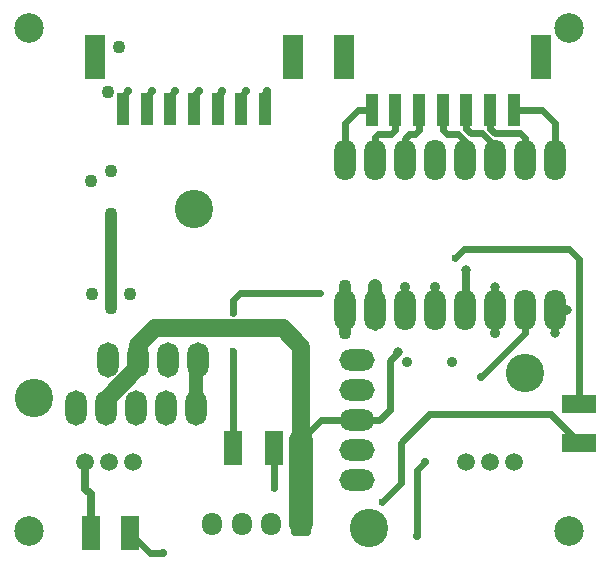
<source format=gbr>
G04 #@! TF.GenerationSoftware,KiCad,Pcbnew,(5.1.8)-1*
G04 #@! TF.CreationDate,2021-03-01T02:23:44-08:00*
G04 #@! TF.ProjectId,UAS,5541532e-6b69-4636-9164-5f7063625858,1*
G04 #@! TF.SameCoordinates,Original*
G04 #@! TF.FileFunction,Copper,L1,Top*
G04 #@! TF.FilePolarity,Positive*
%FSLAX46Y46*%
G04 Gerber Fmt 4.6, Leading zero omitted, Abs format (unit mm)*
G04 Created by KiCad (PCBNEW (5.1.8)-1) date 2021-03-01 02:23:44*
%MOMM*%
%LPD*%
G01*
G04 APERTURE LIST*
G04 #@! TA.AperFunction,ComponentPad*
%ADD10C,3.250000*%
G04 #@! TD*
G04 #@! TA.AperFunction,ComponentPad*
%ADD11O,3.000000X1.800000*%
G04 #@! TD*
G04 #@! TA.AperFunction,ComponentPad*
%ADD12C,1.500000*%
G04 #@! TD*
G04 #@! TA.AperFunction,SMDPad,CuDef*
%ADD13R,3.000000X1.500000*%
G04 #@! TD*
G04 #@! TA.AperFunction,SMDPad,CuDef*
%ADD14R,1.500000X3.000000*%
G04 #@! TD*
G04 #@! TA.AperFunction,SMDPad,CuDef*
%ADD15R,1.000000X2.700000*%
G04 #@! TD*
G04 #@! TA.AperFunction,SMDPad,CuDef*
%ADD16R,1.800000X3.800000*%
G04 #@! TD*
G04 #@! TA.AperFunction,SMDPad,CuDef*
%ADD17O,1.800000X3.500000*%
G04 #@! TD*
G04 #@! TA.AperFunction,ComponentPad*
%ADD18O,1.800000X3.000000*%
G04 #@! TD*
G04 #@! TA.AperFunction,ComponentPad*
%ADD19O,1.700000X1.950000*%
G04 #@! TD*
G04 #@! TA.AperFunction,ViaPad*
%ADD20C,2.500000*%
G04 #@! TD*
G04 #@! TA.AperFunction,ViaPad*
%ADD21C,0.900000*%
G04 #@! TD*
G04 #@! TA.AperFunction,ViaPad*
%ADD22C,0.800000*%
G04 #@! TD*
G04 #@! TA.AperFunction,ViaPad*
%ADD23C,0.700000*%
G04 #@! TD*
G04 #@! TA.AperFunction,ViaPad*
%ADD24C,1.100000*%
G04 #@! TD*
G04 #@! TA.AperFunction,ViaPad*
%ADD25C,0.600000*%
G04 #@! TD*
G04 #@! TA.AperFunction,Conductor*
%ADD26C,0.700000*%
G04 #@! TD*
G04 #@! TA.AperFunction,Conductor*
%ADD27C,0.600000*%
G04 #@! TD*
G04 #@! TA.AperFunction,Conductor*
%ADD28C,1.000000*%
G04 #@! TD*
G04 #@! TA.AperFunction,Conductor*
%ADD29C,1.200000*%
G04 #@! TD*
G04 #@! TA.AperFunction,Conductor*
%ADD30C,0.400000*%
G04 #@! TD*
G04 #@! TA.AperFunction,Conductor*
%ADD31C,1.500000*%
G04 #@! TD*
G04 #@! TA.AperFunction,Conductor*
%ADD32C,2.000000*%
G04 #@! TD*
G04 APERTURE END LIST*
D10*
X148800000Y-118360000D03*
X162000000Y-105160000D03*
D11*
X147780000Y-114290000D03*
X147780000Y-111750000D03*
X147780000Y-109210000D03*
X147780000Y-106670000D03*
X147780000Y-104130000D03*
D12*
X124750000Y-112750000D03*
X126750000Y-112750000D03*
X128750000Y-112750000D03*
X157000000Y-112750000D03*
X159000000Y-112750000D03*
X161000000Y-112750000D03*
D13*
X166550000Y-111100000D03*
D14*
X140750000Y-111550000D03*
D13*
X166550000Y-107850000D03*
D14*
X137250000Y-111550000D03*
D15*
X133950000Y-82850000D03*
X131950000Y-82850000D03*
X135950000Y-82850000D03*
X137950000Y-82850000D03*
X129950000Y-82850000D03*
X127950000Y-82850000D03*
X139950000Y-82850000D03*
D16*
X142300000Y-78400000D03*
X125600000Y-78400000D03*
D17*
X164470000Y-87150000D03*
X161930000Y-87150000D03*
X159390000Y-87150000D03*
X156850000Y-87150000D03*
X154310000Y-87150000D03*
X151770000Y-87150000D03*
X149230000Y-87150000D03*
X146690000Y-87150000D03*
X164470000Y-99850000D03*
X161930000Y-99850000D03*
X159390000Y-99850000D03*
X156850000Y-99850000D03*
X154310000Y-99850000D03*
X151770000Y-99850000D03*
X149230000Y-99850000D03*
X146690000Y-99850000D03*
D18*
X134310000Y-104080000D03*
X131770000Y-104080000D03*
X129230000Y-104080000D03*
X126690000Y-104080000D03*
D14*
X128500000Y-118750000D03*
X125210000Y-118760000D03*
D15*
X155000000Y-82900000D03*
X153000000Y-82900000D03*
X157000000Y-82900000D03*
X159000000Y-82900000D03*
X151000000Y-82900000D03*
X149000000Y-82900000D03*
X161000000Y-82900000D03*
D16*
X163350000Y-78450000D03*
X146650000Y-78450000D03*
D19*
X135500000Y-118000000D03*
X138000000Y-118000000D03*
X140500000Y-118000000D03*
G04 #@! TA.AperFunction,ComponentPad*
G36*
G01*
X143850000Y-117275000D02*
X143850000Y-118725000D01*
G75*
G02*
X143600000Y-118975000I-250000J0D01*
G01*
X142400000Y-118975000D01*
G75*
G02*
X142150000Y-118725000I0J250000D01*
G01*
X142150000Y-117275000D01*
G75*
G02*
X142400000Y-117025000I250000J0D01*
G01*
X143600000Y-117025000D01*
G75*
G02*
X143850000Y-117275000I0J-250000D01*
G01*
G37*
G04 #@! TD.AperFunction*
D10*
X120430000Y-107300000D03*
X133930000Y-91300000D03*
D18*
X134120000Y-108140000D03*
X131580000Y-108140000D03*
X129040000Y-108140000D03*
X126500000Y-108140000D03*
X123960000Y-108140000D03*
D20*
X120000000Y-118550000D03*
X120000000Y-76000000D03*
X165725000Y-76000000D03*
X165720000Y-118540000D03*
D21*
X152000000Y-104250000D03*
X151765000Y-97891600D03*
X154305000Y-97891600D03*
D22*
X157000000Y-96500000D03*
D21*
X159385000Y-101803200D03*
D22*
X159400000Y-97900000D03*
D23*
X134340600Y-81305400D03*
X132359400Y-81330800D03*
X136347200Y-81330800D03*
X138328400Y-81330800D03*
X130352800Y-81330800D03*
X128346200Y-81330800D03*
X140131800Y-81343500D03*
X158250000Y-105500000D03*
D24*
X125210000Y-118760000D03*
D23*
X131300000Y-120457999D03*
X152800000Y-119000000D03*
D24*
X128500000Y-118750000D03*
D23*
X153500000Y-112750000D03*
D24*
X146700000Y-101800000D03*
X146700000Y-97800000D03*
X125200000Y-88980000D03*
X126900000Y-88100000D03*
X128500000Y-98500000D03*
X125300000Y-98480000D03*
X126669800Y-81381600D03*
D22*
X165500000Y-99850000D03*
D24*
X127550000Y-77600000D03*
D21*
X155750000Y-104250000D03*
D22*
X164500000Y-101800000D03*
D24*
X126920000Y-99730000D03*
X126930000Y-91740000D03*
X149225000Y-97815400D03*
D22*
X151206200Y-103460000D03*
D25*
X137250000Y-103350000D03*
X137250000Y-100150000D03*
X144600000Y-98450000D03*
X156000000Y-95500000D03*
D24*
X166550000Y-107850000D03*
X137250000Y-111550000D03*
D25*
X140750000Y-114950000D03*
X149850000Y-116100000D03*
D24*
X166550000Y-111100000D03*
X140750000Y-111550000D03*
D26*
X151770000Y-97896600D02*
X151765000Y-97891600D01*
X151770000Y-99850000D02*
X151770000Y-97896600D01*
X154310000Y-97896600D02*
X154305000Y-97891600D01*
X154310000Y-99850000D02*
X154310000Y-97896600D01*
X157000000Y-96500000D02*
X157000000Y-99700000D01*
X159385000Y-101803200D02*
X159385000Y-99855000D01*
X159400000Y-101788200D02*
X159385000Y-101803200D01*
X159400000Y-97900000D02*
X159400000Y-101788200D01*
D27*
X133950000Y-81696000D02*
X134340600Y-81305400D01*
X133950000Y-82850000D02*
X133950000Y-81696000D01*
X131950000Y-81740200D02*
X132359400Y-81330800D01*
X131950000Y-82850000D02*
X131950000Y-81740200D01*
X135950000Y-81728000D02*
X136347200Y-81330800D01*
X135950000Y-82850000D02*
X135950000Y-81728000D01*
X137950000Y-81709200D02*
X138328400Y-81330800D01*
X137950000Y-82850000D02*
X137950000Y-81709200D01*
X129950000Y-81733600D02*
X130352800Y-81330800D01*
X129950000Y-82850000D02*
X129950000Y-81733600D01*
X127950000Y-81727000D02*
X128346200Y-81330800D01*
X127950000Y-82850000D02*
X127950000Y-81727000D01*
X139950000Y-81525300D02*
X140131800Y-81343500D01*
X139950000Y-82850000D02*
X139950000Y-81525300D01*
X161930000Y-101820000D02*
X161930000Y-99850000D01*
X158250000Y-105500000D02*
X161930000Y-101820000D01*
X163367200Y-82900000D02*
X161000000Y-82900000D01*
X164470000Y-84002800D02*
X163367200Y-82900000D01*
X164470000Y-87150000D02*
X164470000Y-84002800D01*
X162430000Y-87150000D02*
X162430000Y-86910000D01*
X162366675Y-87150000D02*
X162430000Y-87150000D01*
X161930000Y-87150000D02*
X161930000Y-85298200D01*
X161930000Y-85298200D02*
X161544000Y-84912200D01*
X161544000Y-84912200D02*
X159397700Y-84912200D01*
X159000000Y-84514500D02*
X159397700Y-84912200D01*
X159000000Y-82900000D02*
X159000000Y-84514500D01*
X159890000Y-86890000D02*
X159890000Y-87150000D01*
X159390000Y-87150000D02*
X159390000Y-86034800D01*
X159390000Y-87150000D02*
X159390000Y-85996700D01*
X159390000Y-85996700D02*
X158305500Y-84912200D01*
X158305500Y-84912200D02*
X157391100Y-84912200D01*
X157000000Y-84521100D02*
X157391100Y-84912200D01*
X157000000Y-82900000D02*
X157000000Y-84521100D01*
X157350000Y-86350000D02*
X157350000Y-87150000D01*
X156850000Y-87150000D02*
X156850000Y-85526800D01*
X156850000Y-85526800D02*
X156286200Y-84963000D01*
X156286200Y-84963000D02*
X155333700Y-84963000D01*
X155000000Y-84629300D02*
X155333700Y-84963000D01*
X155000000Y-82900000D02*
X155000000Y-84629300D01*
X151770000Y-87150000D02*
X151770000Y-85351700D01*
X151770000Y-85351700D02*
X152120600Y-85001100D01*
X152120600Y-85001100D02*
X152628600Y-85001100D01*
X153000000Y-84629700D02*
X152628600Y-85001100D01*
X153000000Y-82900000D02*
X153000000Y-84629700D01*
X149230000Y-87150000D02*
X149230000Y-85250100D01*
X149230000Y-85250100D02*
X149504400Y-84975700D01*
X149504400Y-84975700D02*
X150660100Y-84975700D01*
X151000000Y-84635800D02*
X150660100Y-84975700D01*
X151000000Y-82900000D02*
X151000000Y-84635800D01*
X146690000Y-87150000D02*
X146690000Y-84060000D01*
X147850000Y-82900000D02*
X149000000Y-82900000D01*
X146690000Y-84060000D02*
X147850000Y-82900000D01*
X125250000Y-118720000D02*
X125210000Y-118760000D01*
D26*
X125210000Y-115481800D02*
X124739400Y-115011200D01*
X125210000Y-118760000D02*
X125210000Y-118760000D01*
X125210000Y-118760000D02*
X125210000Y-115481800D01*
D27*
X124739400Y-112760600D02*
X124750000Y-112750000D01*
D26*
X124739400Y-115011200D02*
X124739400Y-112760600D01*
D27*
X131300000Y-120457999D02*
X130207999Y-120457999D01*
X130207999Y-120457999D02*
X128500000Y-118750000D01*
X128500000Y-118750000D02*
X128500000Y-118750000D01*
X152800000Y-113450000D02*
X153500000Y-112750000D01*
X152800000Y-119000000D02*
X152800000Y-113450000D01*
X131770000Y-104870000D02*
X131770000Y-104080000D01*
X129040000Y-108140000D02*
X129040000Y-107600000D01*
D26*
X164470000Y-99850000D02*
X165500000Y-99850000D01*
D28*
X146700000Y-97800000D02*
X146700000Y-99840000D01*
X146700000Y-101800000D02*
X146700000Y-99860000D01*
D26*
X164470000Y-101770000D02*
X164500000Y-101800000D01*
X164470000Y-99850000D02*
X164470000Y-101770000D01*
D27*
X134120000Y-104270000D02*
X134310000Y-104080000D01*
D29*
X134120000Y-108140000D02*
X134120000Y-104270000D01*
D27*
X126920000Y-91750000D02*
X126930000Y-91740000D01*
D28*
X126920000Y-99730000D02*
X126920000Y-91750000D01*
D27*
X149666675Y-99850000D02*
X149730000Y-99850000D01*
X149230000Y-101270000D02*
X149230000Y-99850000D01*
D28*
X149230000Y-97820400D02*
X149225000Y-97815400D01*
D29*
X149225000Y-99845000D02*
X149230000Y-99850000D01*
X149225000Y-97815400D02*
X149225000Y-99845000D01*
D30*
X129230000Y-104710000D02*
X129230000Y-104080000D01*
D31*
X126500000Y-107440000D02*
X129230000Y-104710000D01*
D30*
X126500000Y-108140000D02*
X126500000Y-107440000D01*
D31*
X129230000Y-104080000D02*
X129230000Y-102810000D01*
X129230000Y-102810000D02*
X130620000Y-101420000D01*
X130620000Y-101420000D02*
X141460000Y-101420000D01*
X141460000Y-101420000D02*
X143000000Y-102960000D01*
D27*
X143000000Y-110870000D02*
X144660000Y-109210000D01*
X144660000Y-109210000D02*
X147780000Y-109210000D01*
X150522999Y-104143201D02*
X151206200Y-103460000D01*
X150522999Y-108303001D02*
X150522999Y-104143201D01*
X149616000Y-109210000D02*
X150522999Y-108303001D01*
X147780000Y-109210000D02*
X149616000Y-109210000D01*
D32*
X143000000Y-118000000D02*
X143000000Y-110870000D01*
D31*
X143000000Y-102960000D02*
X143000000Y-110870000D01*
D27*
X137250000Y-111550000D02*
X137250000Y-111550000D01*
X137250000Y-100150000D02*
X137250000Y-99350000D01*
X137250000Y-99350000D02*
X137250000Y-99000000D01*
X137800000Y-98450000D02*
X144600000Y-98450000D01*
X137250000Y-99000000D02*
X137800000Y-98450000D01*
X166550000Y-95550000D02*
X166550000Y-107850000D01*
X165700000Y-94700000D02*
X166550000Y-95550000D01*
X156800000Y-94700000D02*
X165700000Y-94700000D01*
X156000000Y-95500000D02*
X156800000Y-94700000D01*
X166550000Y-107850000D02*
X166550000Y-107850000D01*
X137250000Y-111550000D02*
X137250000Y-103350000D01*
X140750000Y-111550000D02*
X140750000Y-111550000D01*
X153850000Y-108700000D02*
X164150000Y-108700000D01*
X151450000Y-111100000D02*
X153850000Y-108700000D01*
X164150000Y-108700000D02*
X166550000Y-111100000D01*
X151450000Y-114500000D02*
X151450000Y-111100000D01*
X149850000Y-116100000D02*
X151450000Y-114500000D01*
X166550000Y-111100000D02*
X166550000Y-111100000D01*
X140750000Y-111550000D02*
X140750000Y-114950000D01*
M02*

</source>
